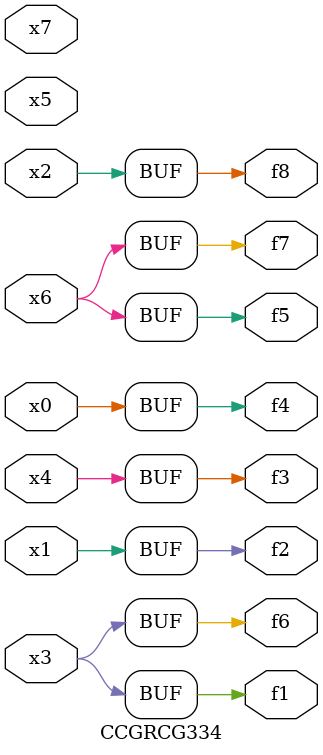
<source format=v>
module CCGRCG334(
	input x0, x1, x2, x3, x4, x5, x6, x7,
	output f1, f2, f3, f4, f5, f6, f7, f8
);
	assign f1 = x3;
	assign f2 = x1;
	assign f3 = x4;
	assign f4 = x0;
	assign f5 = x6;
	assign f6 = x3;
	assign f7 = x6;
	assign f8 = x2;
endmodule

</source>
